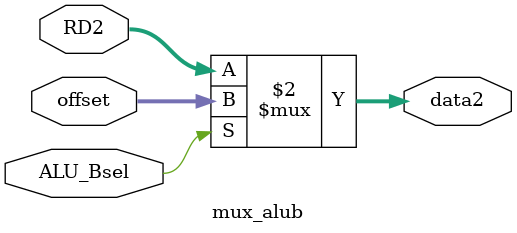
<source format=v>
`timescale 1ns / 1ps
module mux_A3(
    input [4:0] reg1,
	 input [4:0] reg2,
	 input [1:0] GRF_A3sel,
	 output [4:0] A3
    );
assign A3=(GRF_A3sel==2'b00)? reg1:
          (GRF_A3sel==2'b01)? reg2:
			 (GRF_A3sel==2'b10)? 5'b11111:0;

endmodule

module mux_grf_WD(
    input [31:0] DMout,
	 input [31:0] result,
	 input [31:0] PCn,
	 input [1:0] GRF_WDsel,
	 output [31:0] GRF_WD
    );
assign GRF_WD=(GRF_WDsel==2'b00)? DMout:
              (GRF_WDsel==2'b01)? result:
				  (GRF_WDsel==2'b10)? PCn:0;
endmodule

module mux_alub(
    input [31:0] RD2,
	 input [31:0] offset,
	 input ALU_Bsel,
	 output [31:0] data2
    );
assign data2=(ALU_Bsel==0)? RD2:offset;
endmodule 
</source>
